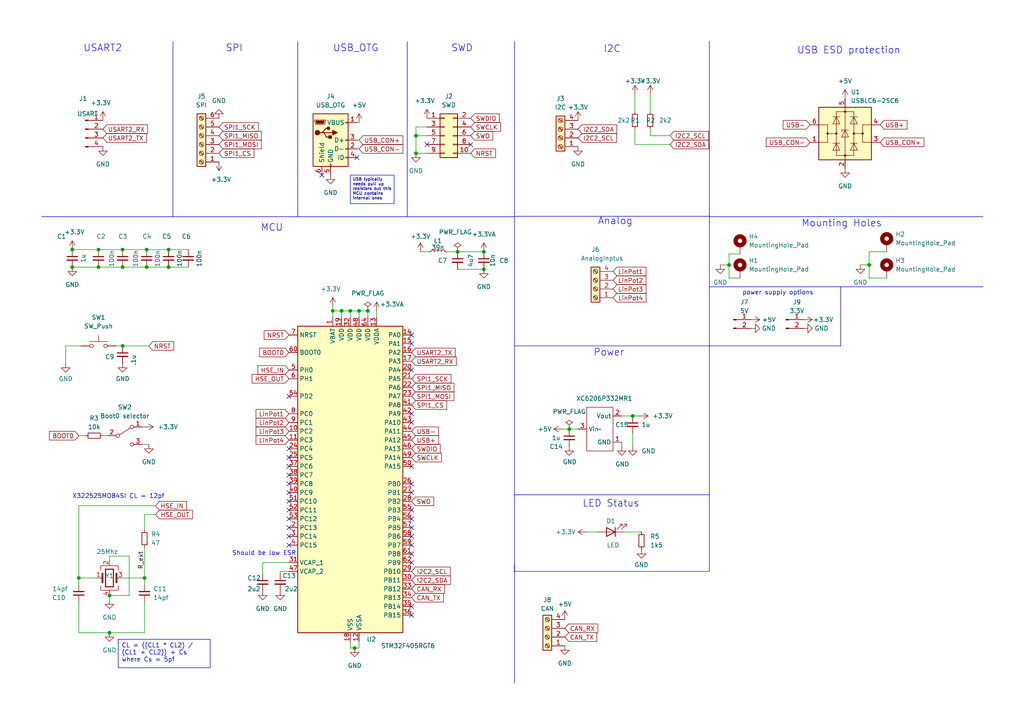
<source format=kicad_sch>
(kicad_sch (version 20230121) (generator eeschema)
  (paper "A4")
  (title_block (title "STM32") (date "2023-10-13"))
  (lib_symbols
    (symbol "Connector:Conn_01x02_Pin" (pin_names (offset 1.016) hide)
      (property "Reference" "J" (at 0 2.54 0))
      (property "Value" "Conn_01x02_Pin" (at 0 -5.08 0))
      (symbol "Conn_01x02_Pin_1_1"
        (pin passive line (at 5.08 0 180) (length 3.81) (name "Pin_1") (number "1"))
        (pin passive line (at 5.08 -2.54 180) (length 3.81) (name "Pin_2") (number "2"))
      )
    )
    (symbol "Connector:Conn_01x04_Pin" (pin_names (offset 1.016) hide)
      (property "Reference" "J" (at 0 5.08 0))
      (property "Value" "Conn_01x04_Pin" (at 0 -7.62 0))
      (symbol "Conn_01x04_Pin_1_1"
        (pin passive line (at 5.08 2.54 180) (length 3.81) (name "Pin_1") (number "1"))
        (pin passive line (at 5.08 0 180) (length 3.81) (name "Pin_2") (number "2"))
        (pin passive line (at 5.08 -2.54 180) (length 3.81) (name "Pin_3") (number "3"))
        (pin passive line (at 5.08 -5.08 180) (length 3.81) (name "Pin_4") (number "4"))
      )
    )
    (symbol "Connector:Screw_Terminal_01x04" (pin_names (offset 1.016) hide)
      (property "Reference" "J" (at 0 5.08 0))
      (property "Value" "Screw_Terminal_01x04" (at 0 -7.62 0))
      (symbol "Screw_Terminal_01x04_1_1"
        (pin passive line (at -5.08 2.54 0) (length 3.81) (name "Pin_1") (number "1"))
        (pin passive line (at -5.08 0 0) (length 3.81) (name "Pin_2") (number "2"))
        (pin passive line (at -5.08 -2.54 0) (length 3.81) (name "Pin_3") (number "3"))
        (pin passive line (at -5.08 -5.08 0) (length 3.81) (name "Pin_4") (number "4"))
      )
    )
    (symbol "Connector:Screw_Terminal_01x06" (pin_names (offset 1.016) hide)
      (property "Reference" "J" (at 0 7.62 0))
      (property "Value" "Screw_Terminal_01x06" (at 0 -10.16 0))
      (symbol "Screw_Terminal_01x06_1_1"
        (pin passive line (at -5.08 5.08 0) (length 3.81) (name "Pin_1") (number "1"))
        (pin passive line (at -5.08 2.54 0) (length 3.81) (name "Pin_2") (number "2"))
        (pin passive line (at -5.08 0 0) (length 3.81) (name "Pin_3") (number "3"))
        (pin passive line (at -5.08 -2.54 0) (length 3.81) (name "Pin_4") (number "4"))
        (pin passive line (at -5.08 -5.08 0) (length 3.81) (name "Pin_5") (number "5"))
        (pin passive line (at -5.08 -7.62 0) (length 3.81) (name "Pin_6") (number "6"))
      )
    )
    (symbol "Connector:USB_OTG" (pin_names (offset 1.016))
      (property "Reference" "J" (at -5.08 11.43 0))
      (property "Value" "USB_OTG" (at -5.08 8.89 0))
      (symbol "USB_OTG_1_1"
        (pin passive line (at 7.62 5.08 180) (length 2.54) (name "VBUS") (number "1"))
        (pin bidirectional line (at 7.62 -2.54 180) (length 2.54) (name "D-") (number "2"))
        (pin bidirectional line (at 7.62 0 180) (length 2.54) (name "D+") (number "3"))
        (pin passive line (at 7.62 -5.08 180) (length 2.54) (name "ID") (number "4"))
        (pin passive line (at 0 -10.16 90) (length 2.54) (name "GND") (number "5"))
        (pin passive line (at -2.54 -10.16 90) (length 2.54) (name "Shield") (number "6"))
      )
    )
    (symbol "Connector_Generic:Conn_02x05_Odd_Even" (pin_names (offset 1.016) hide)
      (property "Reference" "J" (at 1.27 7.62 0))
      (property "Value" "Conn_02x05_Odd_Even" (at 1.27 -7.62 0))
      (symbol "Conn_02x05_Odd_Even_1_1"
        (pin passive line (at -5.08 5.08 0) (length 3.81) (name "Pin_1") (number "1"))
        (pin passive line (at 7.62 -5.08 180) (length 3.81) (name "Pin_10") (number "10"))
        (pin passive line (at 7.62 5.08 180) (length 3.81) (name "Pin_2") (number "2"))
        (pin passive line (at -5.08 2.54 0) (length 3.81) (name "Pin_3") (number "3"))
        (pin passive line (at 7.62 2.54 180) (length 3.81) (name "Pin_4") (number "4"))
        (pin passive line (at -5.08 0 0) (length 3.81) (name "Pin_5") (number "5"))
        (pin passive line (at 7.62 0 180) (length 3.81) (name "Pin_6") (number "6"))
        (pin passive line (at -5.08 -2.54 0) (length 3.81) (name "Pin_7") (number "7"))
        (pin passive line (at 7.62 -2.54 180) (length 3.81) (name "Pin_8") (number "8"))
        (pin passive line (at -5.08 -5.08 0) (length 3.81) (name "Pin_9") (number "9"))
      )
    )
    (symbol "Custom:XC6206P332MR"
      (property "Reference" "XC6206P332MR" (at 1.27 8.89 0))
      (property "Value" "~" (at 0 0 0))
      (symbol "XC6206P332MR_1_1"
        (pin power_out line (at 6.35 -3.81 180) (length 2.54) (name "GND") (number "1"))
        (pin bidirectional line (at 6.35 3.81 180) (length 2.54) (name "Vout") (number "2"))
        (pin power_in line (at -6.35 0 0) (length 2.54) (name "Vin") (number "3"))
      )
    )
    (symbol "Device:C_Small" (pin_numbers hide) (pin_names (offset 0.254) hide)
      (property "Reference" "C" (at 0.254 1.778 0))
      (property "Value" "C_Small" (at 0.254 -2.032 0))
      (symbol "C_Small_1_1"
        (pin passive line (at 0 2.54 270) (length 2.032) (name "~") (number "1"))
        (pin passive line (at 0 -2.54 90) (length 2.032) (name "~") (number "2"))
      )
    )
    (symbol "Device:Crystal_GND24" (pin_names (offset 1.016) hide)
      (property "Reference" "Y" (at 3.175 5.08 0))
      (property "Value" "Crystal_GND24" (at 3.175 3.175 0))
      (symbol "Crystal_GND24_1_1"
        (pin passive line (at -3.81 0 0) (length 1.27) (name "1") (number "1"))
        (pin passive line (at 0 5.08 270) (length 1.27) (name "2") (number "2"))
        (pin passive line (at 3.81 0 180) (length 1.27) (name "3") (number "3"))
        (pin passive line (at 0 -5.08 90) (length 1.27) (name "4") (number "4"))
      )
    )
    (symbol "Device:LED" (pin_numbers hide) (pin_names (offset 1.016) hide)
      (property "Reference" "D" (at 0 2.54 0))
      (property "Value" "LED" (at 0 -2.54 0))
      (symbol "LED_1_1"
        (pin passive line (at -3.81 0 0) (length 2.54) (name "K") (number "1"))
        (pin passive line (at 3.81 0 180) (length 2.54) (name "A") (number "2"))
      )
    )
    (symbol "Device:L_Small" (pin_numbers hide) (pin_names (offset 0.254) hide)
      (property "Reference" "L" (at 0.762 1.016 0))
      (property "Value" "L_Small" (at 0.762 -1.016 0))
      (symbol "L_Small_1_1"
        (pin passive line (at 0 2.54 270) (length 0.508) (name "~") (number "1"))
        (pin passive line (at 0 -2.54 90) (length 0.508) (name "~") (number "2"))
      )
    )
    (symbol "Device:R_Small" (pin_numbers hide) (pin_names (offset 0.254) hide)
      (property "Reference" "R" (at 0.762 0.508 0))
      (property "Value" "R_Small" (at 0.762 -1.016 0))
      (symbol "R_Small_1_1"
        (pin passive line (at 0 2.54 270) (length 0.762) (name "~") (number "1"))
        (pin passive line (at 0 -2.54 90) (length 0.762) (name "~") (number "2"))
      )
    )
    (symbol "MCU_ST_STM32F4:STM32F405RGTx"
      (property "Reference" "U" (at -15.24 46.99 0))
      (property "Value" "STM32F405RGTx" (at 10.16 46.99 0))
      (symbol "STM32F405RGTx_1_1"
        (pin power_in line (at -5.08 48.26 270) (length 2.54) (name "VBAT") (number "1"))
        (pin bidirectional line (at -17.78 15.24 0) (length 2.54) (name "PC2") (number "10"))
        (pin bidirectional line (at -17.78 12.7 0) (length 2.54) (name "PC3") (number "11"))
        (pin power_in line (at 2.54 -45.72 90) (length 2.54) (name "VSSA") (number "12"))
        (pin power_in line (at 7.62 48.26 270) (length 2.54) (name "VDDA") (number "13"))
        (pin bidirectional line (at 17.78 43.18 180) (length 2.54) (name "PA0") (number "14"))
        (pin bidirectional line (at 17.78 40.64 180) (length 2.54) (name "PA1") (number "15"))
        (pin bidirectional line (at 17.78 38.1 180) (length 2.54) (name "PA2") (number "16"))
        (pin bidirectional line (at 17.78 35.56 180) (length 2.54) (name "PA3") (number "17"))
        (pin power_in line (at 0 -45.72 90) (length 2.54) (name "VSS") (number "18"))
        (pin power_in line (at -2.54 48.26 270) (length 2.54) (name "VDD") (number "19"))
        (pin bidirectional line (at -17.78 -12.7 0) (length 2.54) (name "PC13") (number "2"))
        (pin bidirectional line (at 17.78 33.02 180) (length 2.54) (name "PA4") (number "20"))
        (pin bidirectional line (at 17.78 30.48 180) (length 2.54) (name "PA5") (number "21"))
        (pin bidirectional line (at 17.78 27.94 180) (length 2.54) (name "PA6") (number "22"))
        (pin bidirectional line (at 17.78 25.4 180) (length 2.54) (name "PA7") (number "23"))
        (pin bidirectional line (at -17.78 10.16 0) (length 2.54) (name "PC4") (number "24"))
        (pin bidirectional line (at -17.78 7.62 0) (length 2.54) (name "PC5") (number "25"))
        (pin bidirectional line (at 17.78 0 180) (length 2.54) (name "PB0") (number "26"))
        (pin bidirectional line (at 17.78 -2.54 180) (length 2.54) (name "PB1") (number "27"))
        (pin bidirectional line (at 17.78 -5.08 180) (length 2.54) (name "PB2") (number "28"))
        (pin bidirectional line (at 17.78 -25.4 180) (length 2.54) (name "PB10") (number "29"))
        (pin bidirectional line (at -17.78 -15.24 0) (length 2.54) (name "PC14") (number "3"))
        (pin bidirectional line (at 17.78 -27.94 180) (length 2.54) (name "PB11") (number "30"))
        (pin power_out line (at -17.78 -22.86 0) (length 2.54) (name "VCAP_1") (number "31"))
        (pin power_in line (at 0 48.26 270) (length 2.54) (name "VDD") (number "32"))
        (pin bidirectional line (at 17.78 -30.48 180) (length 2.54) (name "PB12") (number "33"))
        (pin bidirectional line (at 17.78 -33.02 180) (length 2.54) (name "PB13") (number "34"))
        (pin bidirectional line (at 17.78 -35.56 180) (length 2.54) (name "PB14") (number "35"))
        (pin bidirectional line (at 17.78 -38.1 180) (length 2.54) (name "PB15") (number "36"))
        (pin bidirectional line (at -17.78 5.08 0) (length 2.54) (name "PC6") (number "37"))
        (pin bidirectional line (at -17.78 2.54 0) (length 2.54) (name "PC7") (number "38"))
        (pin bidirectional line (at -17.78 0 0) (length 2.54) (name "PC8") (number "39"))
        (pin bidirectional line (at -17.78 -17.78 0) (length 2.54) (name "PC15") (number "4"))
        (pin bidirectional line (at -17.78 -2.54 0) (length 2.54) (name "PC9") (number "40"))
        (pin bidirectional line (at 17.78 22.86 180) (length 2.54) (name "PA8") (number "41"))
        (pin bidirectional line (at 17.78 20.32 180) (length 2.54) (name "PA9") (number "42"))
        (pin bidirectional line (at 17.78 17.78 180) (length 2.54) (name "PA10") (number "43"))
        (pin bidirectional line (at 17.78 15.24 180) (length 2.54) (name "PA11") (number "44"))
        (pin bidirectional line (at 17.78 12.7 180) (length 2.54) (name "PA12") (number "45"))
        (pin bidirectional line (at 17.78 10.16 180) (length 2.54) (name "PA13") (number "46"))
        (pin power_out line (at -17.78 -25.4 0) (length 2.54) (name "VCAP_2") (number "47"))
        (pin power_in line (at 2.54 48.26 270) (length 2.54) (name "VDD") (number "48"))
        (pin bidirectional line (at 17.78 7.62 180) (length 2.54) (name "PA14") (number "49"))
        (pin bidirectional line (at -17.78 33.02 0) (length 2.54) (name "PH0") (number "5"))
        (pin bidirectional line (at 17.78 5.08 180) (length 2.54) (name "PA15") (number "50"))
        (pin bidirectional line (at -17.78 -5.08 0) (length 2.54) (name "PC10") (number "51"))
        (pin bidirectional line (at -17.78 -7.62 0) (length 2.54) (name "PC11") (number "52"))
        (pin bidirectional line (at -17.78 -10.16 0) (length 2.54) (name "PC12") (number "53"))
        (pin bidirectional line (at -17.78 25.4 0) (length 2.54) (name "PD2") (number "54"))
        (pin bidirectional line (at 17.78 -7.62 180) (length 2.54) (name "PB3") (number "55"))
        (pin bidirectional line (at 17.78 -10.16 180) (length 2.54) (name "PB4") (number "56"))
        (pin bidirectional line (at 17.78 -12.7 180) (length 2.54) (name "PB5") (number "57"))
        (pin bidirectional line (at 17.78 -15.24 180) (length 2.54) (name "PB6") (number "58"))
        (pin bidirectional line (at 17.78 -17.78 180) (length 2.54) (name "PB7") (number "59"))
        (pin bidirectional line (at -17.78 30.48 0) (length 2.54) (name "PH1") (number "6"))
        (pin input line (at -17.78 38.1 0) (length 2.54) (name "BOOT0") (number "60"))
        (pin bidirectional line (at 17.78 -20.32 180) (length 2.54) (name "PB8") (number "61"))
        (pin bidirectional line (at 17.78 -22.86 180) (length 2.54) (name "PB9") (number "62"))
        (pin passive line (at 0 -45.72 90) (length 2.54) hide (name "VSS") (number "63"))
        (pin power_in line (at 5.08 48.26 270) (length 2.54) (name "VDD") (number "64"))
        (pin input line (at -17.78 43.18 0) (length 2.54) (name "NRST") (number "7"))
        (pin bidirectional line (at -17.78 20.32 0) (length 2.54) (name "PC0") (number "8"))
        (pin bidirectional line (at -17.78 17.78 0) (length 2.54) (name "PC1") (number "9"))
      )
    )
    (symbol "Mechanical:MountingHole_Pad" (pin_numbers hide) (pin_names (offset 1.016) hide)
      (property "Reference" "H" (at 0 6.35 0))
      (property "Value" "MountingHole_Pad" (at 0 4.445 0))
      (symbol "MountingHole_Pad_1_1"
        (pin input line (at 0 -2.54 90) (length 2.54) (name "1") (number "1"))
      )
    )
    (symbol "Power_Protection:USBLC6-2SC6" (pin_names hide)
      (property "Reference" "U" (at 2.54 8.89 0))
      (property "Value" "USBLC6-2SC6" (at 2.54 -8.89 0))
      (symbol "USBLC6-2SC6_1_1"
        (pin passive line (at -10.16 -2.54 0) (length 2.54) (name "I/O1") (number "1"))
        (pin passive line (at 0 -10.16 90) (length 2.54) (name "GND") (number "2"))
        (pin passive line (at 10.16 -2.54 180) (length 2.54) (name "I/O2") (number "3"))
        (pin passive line (at 10.16 2.54 180) (length 2.54) (name "I/O2") (number "4"))
        (pin passive line (at 0 10.16 270) (length 2.54) (name "VBUS") (number "5"))
        (pin passive line (at -10.16 2.54 0) (length 2.54) (name "I/O1") (number "6"))
      )
    )
    (symbol "Switch:SW_Push" (pin_numbers hide) (pin_names (offset 1.016) hide)
      (property "Reference" "SW" (at 1.27 2.54 0))
      (property "Value" "SW_Push" (at 0 -1.524 0))
      (symbol "SW_Push_0_1"
        (pin passive line (at -5.08 0 0) (length 2.54) (name "1") (number "1"))
        (pin passive line (at 5.08 0 180) (length 2.54) (name "2") (number "2"))
      )
    )
    (symbol "Switch:SW_SPDT" (pin_names (offset 0) hide)
      (property "Reference" "SW" (at 0 4.318 0))
      (property "Value" "SW_SPDT" (at 0 -5.08 0))
      (symbol "SW_SPDT_1_1"
        (pin passive line (at 5.08 2.54 180) (length 2.54) (name "A") (number "1"))
        (pin passive line (at -5.08 0 0) (length 2.54) (name "B") (number "2"))
        (pin passive line (at 5.08 -2.54 180) (length 2.54) (name "C") (number "3"))
      )
    )
    (symbol "power:+3.3V" (power) (pin_names (offset 0))
      (property "Value" "+3.3V" (at 0 3.556 0))
      (symbol "+3.3V_1_1"
        (pin power_in line (at 0 0 90) (length 0) hide (name "+3.3V") (number "1"))
      )
    )
    (symbol "power:+3.3VA" (power) (pin_names (offset 0))
      (property "Value" "+3.3VA" (at 0 3.556 0))
      (symbol "+3.3VA_1_1"
        (pin power_in line (at 0 0 90) (length 0) hide (name "+3.3VA") (number "1"))
      )
    )
    (symbol "power:+5V" (power) (pin_names (offset 0))
      (property "Value" "+5V" (at 0 3.556 0))
      (symbol "+5V_1_1"
        (pin power_in line (at 0 0 90) (length 0) hide (name "+5V") (number "1"))
      )
    )
    (symbol "power:GND" (power) (pin_names (offset 0))
      (property "Value" "GND" (at 0 -3.81 0))
      (symbol "GND_1_1"
        (pin power_in line (at 0 0 270) (length 0) hide (name "GND") (number "1"))
      )
    )
    (symbol "power:PWR_FLAG" (power) (pin_numbers hide) (pin_names (offset 0) hide)
      (property "Value" "PWR_FLAG" (at 0 3.81 0))
      (symbol "PWR_FLAG_0_0"
        (pin power_out line (at 0 0 90) (length 0) (name "pwr") (number "1"))
      )
    )
  )
  (junction (at 211.455 76.835))
  (junction (at 35.56 72.39))
  (junction (at 31.75 172.72))
  (junction (at 28.575 72.39))
  (junction (at 96.52 90.17))
  (junction (at 120.65 44.45))
  (junction (at 48.895 72.39))
  (junction (at 132.715 73.025))
  (junction (at 165.1 124.46))
  (junction (at 42.545 72.39))
  (junction (at 104.14 90.17))
  (junction (at 99.06 90.17))
  (junction (at 42.545 77.47))
  (junction (at 20.955 72.39))
  (junction (at 183.515 120.65))
  (junction (at 41.91 167.64))
  (junction (at 35.56 77.47))
  (junction (at 101.6 90.17))
  (junction (at 140.335 73.025))
  (junction (at 20.955 77.47))
  (junction (at 28.575 77.47))
  (junction (at 120.65 39.37))
  (junction (at 102.87 187.96))
  (junction (at 22.86 167.64))
  (junction (at 106.68 90.17))
  (junction (at 35.56 100.33))
  (junction (at 48.895 77.47))
  (junction (at 252.095 76.835))
  (junction (at 31.75 183.515))
  (junction (at 140.335 78.105))
  (no_connect (at 83.82 145.415))
  (no_connect (at 83.82 153.035))
  (no_connect (at 119.38 175.895))
  (no_connect (at 83.82 142.875))
  (no_connect (at 83.82 147.955))
  (no_connect (at 83.82 114.935))
  (no_connect (at 119.38 142.875))
  (no_connect (at 119.38 122.555))
  (no_connect (at 119.38 155.575))
  (no_connect (at 119.38 120.015))
  (no_connect (at 83.82 130.175))
  (no_connect (at 119.38 140.335))
  (no_connect (at 119.38 135.255))
  (no_connect (at 136.525 41.91))
  (no_connect (at 83.82 135.255))
  (no_connect (at 83.82 155.575))
  (no_connect (at 103.505 45.72))
  (no_connect (at 119.38 147.955))
  (no_connect (at 83.82 132.715))
  (no_connect (at 119.38 158.115))
  (no_connect (at 83.82 137.795))
  (no_connect (at 119.38 150.495))
  (no_connect (at 119.38 97.155))
  (no_connect (at 119.38 99.695))
  (no_connect (at 123.825 41.91))
  (no_connect (at 83.82 150.495))
  (no_connect (at 83.82 158.115))
  (no_connect (at 119.38 160.655))
  (no_connect (at 119.38 178.435))
  (no_connect (at 119.38 107.315))
  (no_connect (at 83.82 140.335))
  (no_connect (at 93.345 50.8))
  (no_connect (at 119.38 153.035))
  (no_connect (at 119.38 163.195))
  (wire (pts (xy 81.28 165.735) (xy 81.28 166.37)))
  (wire (pts (xy 20.955 72.39) (xy 28.575 72.39)))
  (polyline (pts (xy 149.352 62.738) (xy 205.74 62.738)))
  (wire (pts (xy 103.505 40.64) (xy 104.14 40.64)))
  (wire (pts (xy 27.94 167.64) (xy 22.86 167.64)))
  (wire (pts (xy 121.92 73.025) (xy 124.46 73.025)))
  (wire (pts (xy 180.975 154.305) (xy 186.055 154.305)))
  (wire (pts (xy 31.75 162.56) (xy 31.75 161.29)))
  (wire (pts (xy 104.14 90.17) (xy 104.14 92.075)))
  (wire (pts (xy 81.28 165.735) (xy 83.82 165.735)))
  (wire (pts (xy 170.18 154.305) (xy 173.355 154.305)))
  (wire (pts (xy 99.06 90.17) (xy 99.06 92.075)))
  (polyline (pts (xy 205.74 11.938) (xy 205.74 62.738)))
  (polyline (pts (xy 205.74 100.965) (xy 205.74 143.51)))
  (wire (pts (xy 120.65 44.45) (xy 123.825 44.45)))
  (wire (pts (xy 83.82 163.195) (xy 76.2 163.195)))
  (wire (pts (xy 103.505 43.18) (xy 104.14 43.18)))
  (wire (pts (xy 19.05 100.33) (xy 23.495 100.33)))
  (wire (pts (xy 101.6 186.055) (xy 101.6 187.96)))
  (wire (pts (xy 43.18 128.905) (xy 41.275 128.905)))
  (polyline (pts (xy 205.74 83.185) (xy 285.115 83.185)))
  (polyline (pts (xy 205.74 143.51) (xy 205.74 165.735)))
  (wire (pts (xy 41.91 153.67) (xy 41.91 149.225)))
  (polyline (pts (xy 50.165 12.065) (xy 50.165 62.865)))
  (wire (pts (xy 101.6 90.17) (xy 101.6 92.075)))
  (wire (pts (xy 103.505 35.56) (xy 104.14 35.56)))
  (wire (pts (xy 184.15 41.91) (xy 194.31 41.91)))
  (polyline (pts (xy 149.225 12.065) (xy 149.225 62.865)))
  (polyline (pts (xy 243.84 100.33) (xy 243.84 83.185)))
  (wire (pts (xy 252.095 80.645) (xy 257.175 80.645)))
  (wire (pts (xy 132.715 73.025) (xy 140.335 73.025)))
  (wire (pts (xy 20.955 77.47) (xy 28.575 77.47)))
  (wire (pts (xy 31.75 183.515) (xy 41.91 183.515)))
  (wire (pts (xy 41.91 174.625) (xy 41.91 183.515)))
  (wire (pts (xy 104.14 90.17) (xy 106.68 90.17)))
  (wire (pts (xy 165.1 124.46) (xy 167.64 124.46)))
  (wire (pts (xy 184.15 37.465) (xy 184.15 41.91)))
  (wire (pts (xy 211.455 80.645) (xy 214.63 80.645)))
  (wire (pts (xy 41.91 167.64) (xy 41.91 169.545)))
  (wire (pts (xy 184.15 32.385) (xy 184.15 27.305)))
  (wire (pts (xy 101.6 90.17) (xy 104.14 90.17)))
  (wire (pts (xy 211.455 73.66) (xy 211.455 76.835)))
  (wire (pts (xy 188.595 39.37) (xy 194.31 39.37)))
  (wire (pts (xy 257.175 73.025) (xy 252.095 73.025)))
  (polyline (pts (xy 205.74 143.51) (xy 149.225 143.51)))
  (wire (pts (xy 109.22 90.17) (xy 109.22 92.075)))
  (wire (pts (xy 183.515 129.54) (xy 183.515 125.73)))
  (wire (pts (xy 22.86 146.685) (xy 45.085 146.685)))
  (wire (pts (xy 29.845 126.365) (xy 31.115 126.365)))
  (wire (pts (xy 37.465 161.29) (xy 37.465 172.72)))
  (wire (pts (xy 35.56 77.47) (xy 42.545 77.47)))
  (wire (pts (xy 33.655 100.33) (xy 35.56 100.33)))
  (polyline (pts (xy 118.11 12.065) (xy 118.11 62.865)))
  (wire (pts (xy 249.555 76.835) (xy 252.095 76.835)))
  (wire (pts (xy 41.91 149.225) (xy 45.085 149.225)))
  (wire (pts (xy 96.52 88.9) (xy 96.52 90.17)))
  (wire (pts (xy 102.87 187.96) (xy 104.14 187.96)))
  (wire (pts (xy 37.465 172.72) (xy 31.75 172.72)))
  (wire (pts (xy 41.91 158.75) (xy 41.91 167.64)))
  (wire (pts (xy 252.095 76.835) (xy 252.095 80.645)))
  (polyline (pts (xy 205.74 165.735) (xy 149.225 165.735)))
  (polyline (pts (xy 149.225 62.865) (xy 149.225 198.12)))
  (wire (pts (xy 42.545 72.39) (xy 48.895 72.39)))
  (wire (pts (xy 42.545 77.47) (xy 48.895 77.47)))
  (wire (pts (xy 129.54 73.025) (xy 132.715 73.025)))
  (wire (pts (xy 208.915 76.835) (xy 211.455 76.835)))
  (wire (pts (xy 22.86 167.64) (xy 22.86 146.685)))
  (wire (pts (xy 104.14 187.96) (xy 104.14 186.055)))
  (wire (pts (xy 22.86 183.515) (xy 31.75 183.515)))
  (wire (pts (xy 41.91 123.825) (xy 41.275 123.825)))
  (polyline (pts (xy 205.74 100.33) (xy 205.74 100.965)))
  (wire (pts (xy 31.75 173.99) (xy 31.75 172.72)))
  (wire (pts (xy 132.715 78.105) (xy 140.335 78.105)))
  (wire (pts (xy 252.095 73.025) (xy 252.095 76.835)))
  (wire (pts (xy 101.6 187.96) (xy 102.87 187.96)))
  (wire (pts (xy 28.575 77.47) (xy 35.56 77.47)))
  (wire (pts (xy 22.86 167.64) (xy 22.86 169.545)))
  (polyline (pts (xy 12.065 62.865) (xy 149.225 62.865)))
  (wire (pts (xy 211.455 76.835) (xy 211.455 80.645)))
  (wire (pts (xy 19.05 100.33) (xy 19.05 105.41)))
  (polyline (pts (xy 149.225 100.33) (xy 205.74 100.33)))
  (wire (pts (xy 96.52 90.17) (xy 99.06 90.17)))
  (wire (pts (xy 96.52 92.075) (xy 96.52 90.17)))
  (wire (pts (xy 163.195 124.46) (xy 165.1 124.46)))
  (wire (pts (xy 35.56 167.64) (xy 41.91 167.64)))
  (wire (pts (xy 183.515 120.65) (xy 185.42 120.65)))
  (wire (pts (xy 188.595 37.465) (xy 188.595 39.37)))
  (wire (pts (xy 28.575 72.39) (xy 35.56 72.39)))
  (polyline (pts (xy 205.74 100.33) (xy 205.74 62.23)))
  (wire (pts (xy 48.895 77.47) (xy 54.61 77.47)))
  (wire (pts (xy 22.86 174.625) (xy 22.86 183.515)))
  (wire (pts (xy 180.34 129.54) (xy 180.34 128.27)))
  (wire (pts (xy 99.06 90.17) (xy 101.6 90.17)))
  (wire (pts (xy 106.68 90.17) (xy 106.68 92.075)))
  (wire (pts (xy 76.2 163.195) (xy 76.2 166.37)))
  (wire (pts (xy 31.75 161.29) (xy 37.465 161.29)))
  (wire (pts (xy 214.63 73.66) (xy 211.455 73.66)))
  (wire (pts (xy 120.65 39.37) (xy 120.65 36.83)))
  (wire (pts (xy 48.895 72.39) (xy 54.61 72.39)))
  (wire (pts (xy 35.56 100.33) (xy 43.18 100.33)))
  (wire (pts (xy 120.65 36.83) (xy 123.825 36.83)))
  (wire (pts (xy 35.56 72.39) (xy 42.545 72.39)))
  (polyline (pts (xy 205.74 62.865) (xy 285.115 62.865)))
  (wire (pts (xy 22.86 126.365) (xy 24.765 126.365)))
  (wire (pts (xy 188.595 27.305) (xy 188.595 32.385)))
  (polyline (pts (xy 205.74 100.33) (xy 243.84 100.33)))
  (polyline (pts (xy 149.225 165.735) (xy 149.225 163.83)))
  (wire (pts (xy 180.34 120.65) (xy 183.515 120.65)))
  (polyline (pts (xy 86.36 12.065) (xy 86.36 62.865)))
  (wire (pts (xy 120.65 39.37) (xy 123.825 39.37)))
  (wire (pts (xy 120.65 44.45) (xy 120.65 39.37)))
  (text_box "USB typically needs pull up resistors but this MCU contains internal ones" (at 101.6 50.8 0) (size 12.7 8.255) (effects (font (size 0.85 0.85)) (justify left top)))
  (text_box "CL = ((CL1 * CL2) / (CL1 + CL2)) + Cs  where Cs = 5pf" (at 34.29 185.42 0) (size 26.67 8.255) (effects (font (size 1.27 1.27)) (justify left top)))
  (text "Mounting Holes\n" (at 232.41 66.04 0) (effects (font (size 2 2)) (justify left bottom)))
  (text "LED Status" (at 168.91 147.32 0) (effects (font (size 2 2)) (justify left bottom)))
  (text "Power" (at 172.085 103.505 0) (effects (font (size 2 2)) (justify left bottom)))
  (text "USB ESD protection\n" (at 231.14 15.875 0) (effects (font (size 2 2)) (justify left bottom)))
  (text "MCU" (at 75.565 67.31 0) (effects (font (size 2 2)) (justify left bottom)))
  (text "USART2\n" (at 24.13 15.24 0) (effects (font (size 2 2)) (justify left bottom)))
  (text "I2C" (at 175.006 15.494 0) (effects (font (size 2 2)) (justify left bottom)))
  (text "Analog\n" (at 173.355 65.405 0) (effects (font (size 2 2)) (justify left bottom)))
  (text "USB_OTG" (at 96.52 15.24 0) (effects (font (size 2 2)) (justify left bottom)))
  (text "power supply options\n" (at 215.265 85.725 0) (effects (font (size 1.27 1.27)) (justify left bottom)))
  (text "X322525MOB4SI CL = 12pf\n" (at 20.955 144.78 0) (effects (font (size 1.27 1.27)) (justify left bottom)))
  (text "SWD\n" (at 130.81 15.24 0) (effects (font (size 2 2)) (justify left bottom)))
  (text "SPI\n" (at 65.405 15.24 0) (effects (font (size 2 2)) (justify left bottom)))
  (text "Should be low ESR" (at 67.31 161.29 0) (effects (font (size 1.27 1.27)) (justify left bottom)))
  (label "R_ext" (at 41.91 165.1 90))
  (global_label "SPI1_MISO" (shape input) (at 63.5 39.37 0) (property "Intersheetrefs" "${INTERSHEET_REFS}" (effects hide)))
  (global_label "HSE_IN" (shape input) (at 83.82 107.315 180) (property "Intersheetrefs" "${INTERSHEET_REFS}" (effects hide)))
  (global_label "USB_CON+" (shape input) (at 255.27 41.275 0) (property "Intersheetrefs" "${INTERSHEET_REFS}" (effects hide)))
  (global_label "USB_CON-" (shape input) (at 104.14 43.18 0) (property "Intersheetrefs" "${INTERSHEET_REFS}" (effects hide)))
  (global_label "SPI1_MOSI" (shape input) (at 119.38 114.935 0) (property "Intersheetrefs" "${INTERSHEET_REFS}" (effects hide)))
  (global_label "LinPot3" (shape input) (at 177.8 83.82 0) (property "Intersheetrefs" "${INTERSHEET_REFS}" (effects hide)))
  (global_label "BOOT0" (shape input) (at 22.86 126.365 180) (property "Intersheetrefs" "${INTERSHEET_REFS}" (effects hide)))
  (global_label "NRST" (shape input) (at 83.82 97.155 180) (property "Intersheetrefs" "${INTERSHEET_REFS}" (effects hide)))
  (global_label "USB+" (shape input) (at 255.27 36.195 0) (property "Intersheetrefs" "${INTERSHEET_REFS}" (effects hide)))
  (global_label "SPI1_MOSI" (shape input) (at 63.5 41.91 0) (property "Intersheetrefs" "${INTERSHEET_REFS}" (effects hide)))
  (global_label "LinPot4" (shape input) (at 177.8 86.36 0) (property "Intersheetrefs" "${INTERSHEET_REFS}" (effects hide)))
  (global_label "HSE_IN" (shape input) (at 45.085 146.685 0) (property "Intersheetrefs" "${INTERSHEET_REFS}" (effects hide)))
  (global_label "CAN_TX" (shape input) (at 163.83 184.785 0) (property "Intersheetrefs" "${INTERSHEET_REFS}" (effects hide)))
  (global_label "USB_CON+" (shape input) (at 104.14 40.64 0) (property "Intersheetrefs" "${INTERSHEET_REFS}" (effects hide)))
  (global_label "CAN_RX" (shape input) (at 163.83 182.245 0) (property "Intersheetrefs" "${INTERSHEET_REFS}" (effects hide)))
  (global_label "SPI1_SCK" (shape input) (at 63.5 36.83 0) (property "Intersheetrefs" "${INTERSHEET_REFS}" (effects hide)))
  (global_label "SPI1_SCK" (shape input) (at 119.38 109.855 0) (property "Intersheetrefs" "${INTERSHEET_REFS}" (effects hide)))
  (global_label "SWDIO" (shape input) (at 119.38 130.175 0) (property "Intersheetrefs" "${INTERSHEET_REFS}" (effects hide)))
  (global_label "USART2_RX" (shape input) (at 119.38 104.775 0) (property "Intersheetrefs" "${INTERSHEET_REFS}" (effects hide)))
  (global_label "USB_CON-" (shape input) (at 234.95 41.275 180) (property "Intersheetrefs" "${INTERSHEET_REFS}" (effects hide)))
  (global_label "I2C2_SCL" (shape input) (at 167.64 40.005 0) (property "Intersheetrefs" "${INTERSHEET_REFS}" (effects hide)))
  (global_label "LinPot2" (shape input) (at 177.8 81.28 0) (property "Intersheetrefs" "${INTERSHEET_REFS}" (effects hide)))
  (global_label "I2C2_SCL" (shape input) (at 119.38 165.735 0) (property "Intersheetrefs" "${INTERSHEET_REFS}" (effects hide)))
  (global_label "CAN_RX" (shape input) (at 119.38 170.815 0) (property "Intersheetrefs" "${INTERSHEET_REFS}" (effects hide)))
  (global_label "LinPot3" (shape input) (at 83.82 125.095 180) (property "Intersheetrefs" "${INTERSHEET_REFS}" (effects hide)))
  (global_label "SWO" (shape input) (at 136.525 39.37 0) (property "Intersheetrefs" "${INTERSHEET_REFS}" (effects hide)))
  (global_label "USART2_TX" (shape input) (at 119.38 102.235 0) (property "Intersheetrefs" "${INTERSHEET_REFS}" (effects hide)))
  (global_label "SWCLK" (shape input) (at 136.525 36.83 0) (property "Intersheetrefs" "${INTERSHEET_REFS}" (effects hide)))
  (global_label "BOOT0" (shape input) (at 83.82 102.235 180) (property "Intersheetrefs" "${INTERSHEET_REFS}" (effects hide)))
  (global_label "I2C2_SDA" (shape input) (at 167.64 37.465 0) (property "Intersheetrefs" "${INTERSHEET_REFS}" (effects hide)))
  (global_label "HSE_OUT" (shape input) (at 83.82 109.855 180) (property "Intersheetrefs" "${INTERSHEET_REFS}" (effects hide)))
  (global_label "SWO" (shape input) (at 119.38 145.415 0) (property "Intersheetrefs" "${INTERSHEET_REFS}" (effects hide)))
  (global_label "SPI1_CS" (shape input) (at 119.38 117.475 0) (property "Intersheetrefs" "${INTERSHEET_REFS}" (effects hide)))
  (global_label "SWDIO" (shape input) (at 136.525 34.29 0) (property "Intersheetrefs" "${INTERSHEET_REFS}" (effects hide)))
  (global_label "USB-" (shape input) (at 234.95 36.195 180) (property "Intersheetrefs" "${INTERSHEET_REFS}" (effects hide)))
  (global_label "I2C2_SDA" (shape input) (at 194.31 41.91 0) (property "Intersheetrefs" "${INTERSHEET_REFS}" (effects hide)))
  (global_label "LinPot1" (shape input) (at 177.8 78.74 0) (property "Intersheetrefs" "${INTERSHEET_REFS}" (effects hide)))
  (global_label "USB+" (shape input) (at 119.38 127.635 0) (property "Intersheetrefs" "${INTERSHEET_REFS}" (effects hide)))
  (global_label "I2C2_SCL" (shape input) (at 194.31 39.37 0) (property "Intersheetrefs" "${INTERSHEET_REFS}" (effects hide)))
  (global_label "CAN_TX" (shape input) (at 119.38 173.355 0) (property "Intersheetrefs" "${INTERSHEET_REFS}" (effects hide)))
  (global_label "USART2_RX" (shape input) (at 29.845 37.465 0) (property "Intersheetrefs" "${INTERSHEET_REFS}" (effects hide)))
  (global_label "LinPot4" (shape input) (at 83.82 127.635 180) (property "Intersheetrefs" "${INTERSHEET_REFS}" (effects hide)))
  (global_label "LinPot2" (shape input) (at 83.82 122.555 180) (property "Intersheetrefs" "${INTERSHEET_REFS}" (effects hide)))
  (global_label "I2C2_SDA" (shape input) (at 119.38 168.275 0) (property "Intersheetrefs" "${INTERSHEET_REFS}" (effects hide)))
  (global_label "NRST" (shape input) (at 43.18 100.33 0) (property "Intersheetrefs" "${INTERSHEET_REFS}" (effects hide)))
  (global_label "SWCLK" (shape input) (at 119.38 132.715 0) (property "Intersheetrefs" "${INTERSHEET_REFS}" (effects hide)))
  (global_label "HSE_OUT" (shape input) (at 45.085 149.225 0) (property "Intersheetrefs" "${INTERSHEET_REFS}" (effects hide)))
  (global_label "LinPot1" (shape input) (at 83.82 120.015 180) (property "Intersheetrefs" "${INTERSHEET_REFS}" (effects hide)))
  (global_label "SPI1_MISO" (shape input) (at 119.38 112.395 0) (property "Intersheetrefs" "${INTERSHEET_REFS}" (effects hide)))
  (global_label "NRST" (shape input) (at 136.525 44.45 0) (property "Intersheetrefs" "${INTERSHEET_REFS}" (effects hide)))
  (global_label "USB-" (shape input) (at 119.38 125.095 0) (property "Intersheetrefs" "${INTERSHEET_REFS}" (effects hide)))
  (global_label "SPI1_CS" (shape input) (at 63.5 44.45 0) (property "Intersheetrefs" "${INTERSHEET_REFS}" (effects hide)))
  (global_label "USART2_TX" (shape input) (at 29.845 40.005 0) (property "Intersheetrefs" "${INTERSHEET_REFS}" (effects hide)))
  (symbol (lib_id "power:+3.3V") (at 123.825 34.29 0) (unit 1)
    (property "Reference" "#PWR04" (effects hide))
    (property "Value" "+3.3V" (at 123.19 29.21 0))
  )
  (symbol (lib_id "Device:C_Small") (at 140.335 75.565 0) (unit 1)
    (property "Reference" "C8" (at 144.78 75.565 0) (effects (justify left)))
    (property "Value" "10n" (at 142.875 77.47 90) (effects (justify left)))
    (property "Footprint" "Capacitor_SMD:C_0402_1005Metric" (effects hide))
    (property "LCSC Part #" "C15195" (effects hide))
  )
  (symbol (lib_id "Power_Protection:USBLC6-2SC6") (at 245.11 38.735 0) (unit 1)
    (property "Reference" "U1" (at 246.7611 26.67 0) (effects (justify left)))
    (property "Value" "USBLC6-2SC6" (at 246.7611 29.21 0) (effects (justify left)))
    (property "Footprint" "Package_TO_SOT_SMD:SOT-23-6" (effects hide))
    (property "Datasheet" "https://www.st.com/resource/en/datasheet/usblc6-2.pdf" (effects hide))
    (property "LCSC Part #" "C7519" (effects hide))
  )
  (symbol (lib_id "power:+3.3V") (at 29.845 34.925 0) (unit 1)
    (property "Reference" "#PWR05" (effects hide))
    (property "Value" "+3.3V" (at 29.21 29.845 0))
  )
  (symbol (lib_id "power:GND") (at 233.045 95.25 90) (unit 1)
    (property "Reference" "#PWR043" (effects hide))
    (property "Value" "GND" (at 236.22 95.25 90) (effects (justify right)))
  )
  (symbol (lib_id "Device:L_Small") (at 127 73.025 90) (unit 1)
    (property "Reference" "L1" (at 127 69.85 90))
    (property "Value" "39n" (at 127 71.755 90))
    (property "Footprint" "Inductor_SMD:L_0402_1005Metric" (effects hide))
    (property "LCSC Part #" "C26443" (effects hide))
  )
  (symbol (lib_id "Device:R_Small") (at 184.15 34.925 180) (unit 1)
    (property "Reference" "R1" (at 182.88 34.925 0) (effects (justify right)))
    (property "Value" "2k2" (at 179.07 34.925 0) (effects (justify right)))
    (property "Footprint" "Resistor_SMD:R_0402_1005Metric" (effects hide))
    (property "LCSC Part #" "C25879" (effects hide))
  )
  (symbol (lib_id "power:GND") (at 63.5 34.29 180) (unit 1)
    (property "Reference" "#PWR03" (effects hide))
    (property "Value" "GND" (at 63.5 29.21 0))
  )
  (symbol (lib_id "power:GND") (at 217.805 95.25 90) (unit 1)
    (property "Reference" "#PWR039" (effects hide))
    (property "Value" "GND" (at 220.98 95.25 90) (effects (justify right)))
  )
  (symbol (lib_id "Device:R_Small") (at 186.055 156.845 0) (unit 1)
    (property "Reference" "R5" (at 188.595 155.575 0) (effects (justify left)))
    (property "Value" "1k5" (at 188.595 158.115 0) (effects (justify left)))
    (property "Footprint" "Resistor_SMD:R_0603_1608Metric" (effects hide))
    (property "LCSC Part #" "C22843" (effects hide))
  )
  (symbol (lib_id "power:+5V") (at 104.14 35.56 0) (unit 1)
    (property "Reference" "#PWR07" (effects hide))
    (property "Value" "+5V" (at 104.14 30.48 0))
  )
  (symbol (lib_id "Connector_Generic:Conn_02x05_Odd_Even") (at 128.905 39.37 0) (unit 1)
    (property "Reference" "J2" (at 130.175 27.94 0))
    (property "Value" "SWD" (at 130.175 30.48 0))
    (property "Footprint" "Connector_PinHeader_1.27mm:PinHeader_2x05_P1.27mm_Vertical_SMD" (effects hide))
    (property "LCSC Part #" "C3975188" (effects hide))
  )
  (symbol (lib_id "power:GND") (at 186.055 159.385 0) (unit 1)
    (property "Reference" "#PWR028" (effects hide))
    (property "Value" "GND" (at 186.055 163.83 0))
  )
  (symbol (lib_id "power:+3.3V") (at 185.42 120.65 270) (unit 1)
    (property "Reference" "#PWR022" (effects hide))
    (property "Value" "+3.3V" (at 189.23 120.65 90) (effects (justify left)))
  )
  (symbol (lib_id "power:GND") (at 31.75 173.99 0) (unit 1)
    (property "Reference" "#PWR033" (effects hide))
    (property "Value" "GND" (at 31.75 179.07 0))
  )
  (symbol (lib_id "power:GND") (at 31.75 183.515 0) (unit 1)
    (property "Reference" "#PWR029" (effects hide))
    (property "Value" "GND" (at 31.75 188.595 0))
  )
  (symbol (lib_id "Mechanical:MountingHole_Pad") (at 214.63 71.12 0) (unit 1) (in_bom no)
    (property "Reference" "H4" (at 217.17 68.58 0) (effects (justify left)))
    (property "Value" "MountingHole_Pad" (at 217.17 71.12 0) (effects (justify left)))
    (property "Footprint" "MountingHole:MountingHole_4.3mm_M4_Pad_Via" (effects hide))
  )
  (symbol (lib_id "Device:C_Small") (at 132.715 75.565 0) (unit 1)
    (property "Reference" "C7" (at 127 75.565 0) (effects (justify left)))
    (property "Value" "4u7" (at 136.525 77.47 90) (effects (justify left)))
    (property "Footprint" "Capacitor_SMD:C_0603_1608Metric" (effects hide))
    (property "LCSC Part #" "C19666" (effects hide))
  )
  (symbol (lib_id "power:+5V") (at 245.11 28.575 0) (unit 1)
    (property "Reference" "#PWR02" (effects hide))
    (property "Value" "+5V" (at 245.11 23.495 0))
  )
  (symbol (lib_id "power:GND") (at 95.885 50.8 0) (unit 1)
    (property "Reference" "#PWR013" (effects hide))
    (property "Value" "GND" (at 95.885 55.88 0))
  )
  (symbol (lib_id "Device:R_Small") (at 41.91 156.21 0) (unit 1)
    (property "Reference" "R4" (at 43.815 154.94 0) (effects (justify left)))
    (property "Value" "47" (at 43.815 157.48 0) (effects (justify left)))
    (property "Footprint" "Resistor_SMD:R_0402_1005Metric" (effects hide))
    (property "LCSC Part #" "C25118" (effects hide))
  )
  (symbol (lib_id "Device:Crystal_GND24") (at 31.75 167.64 0) (unit 1)
    (property "Reference" "Y1" (at 31.75 167.005 0))
    (property "Value" "25Mhz" (at 31.115 160.02 0))
    (property "Footprint" "Crystal:Crystal_SMD_3225-4Pin_3.2x2.5mm" (effects hide))
    (property "LCSC Part #" "C9006" (effects hide))
  )
  (symbol (lib_id "power:+5V") (at 163.195 124.46 90) (unit 1)
    (property "Reference" "#PWR024" (effects hide))
    (property "Value" "+5V" (at 160.02 124.46 90) (effects (justify left)))
  )
  (symbol (lib_id "power:GND") (at 245.11 48.895 0) (unit 1)
    (property "Reference" "#PWR012" (effects hide))
    (property "Value" "GND" (at 245.11 53.975 0))
  )
  (symbol (lib_id "power:GND") (at 140.335 78.105 0) (unit 1)
    (property "Reference" "#PWR017" (effects hide))
    (property "Value" "GND" (at 140.335 83.185 0))
  )
  (symbol (lib_id "power:+3.3VA") (at 109.22 90.17 0) (unit 1)
    (property "Reference" "#PWR019" (effects hide))
    (property "Value" "+3.3VA" (at 113.665 88.265 0))
  )
  (symbol (lib_id "power:+3.3V") (at 167.64 34.925 0) (unit 1)
    (property "Reference" "#PWR06" (effects hide))
    (property "Value" "+3.3V" (at 167.64 31.115 0))
  )
  (symbol (lib_id "Device:C_Small") (at 20.955 74.93 0) (unit 1)
    (property "Reference" "C1" (at 16.51 68.58 0) (effects (justify left)))
    (property "Value" "1u" (at 24.13 76.2 90) (effects (justify left)))
    (property "Footprint" "Capacitor_SMD:C_0402_1005Metric" (effects hide))
    (property "LCSC Part #" "C52923" (effects hide))
  )
  (symbol (lib_id "Connector:Screw_Terminal_01x04") (at 158.75 184.785 180) (unit 1)
    (property "Reference" "J8" (at 158.75 173.99 0))
    (property "Value" "CAN" (at 158.75 176.53 0))
    (property "Footprint" "TerminalBlock_Phoenix:TerminalBlock_Phoenix_MKDS-1,5-4_1x04_P5.00mm_Horizontal" (effects hide))
    (property "LCSC Part #" "C2997521" (effects hide))
  )
  (symbol (lib_id "power:GND") (at 165.1 129.54 0) (unit 1)
    (property "Reference" "#PWR045" (effects hide))
    (property "Value" "GND" (at 163.195 133.985 0) (effects (justify left)))
  )
  (symbol (lib_id "Custom:XC6206P332MR") (at 173.99 124.46 0) (unit 1)
    (property "Reference" "XC6206P332MR1" (at 175.26 115.57 0))
    (property "Value" "~" (at 173.99 124.46 0))
    (property "Footprint" "Package_TO_SOT_SMD:SOT-23-3" (effects hide))
    (property "LCSC Part #" "C5446" (effects hide))
  )
  (symbol (lib_id "Device:C_Small") (at 54.61 74.93 0) (unit 1)
    (property "Reference" "C6" (at 52.705 68.58 0) (effects (justify left)))
    (property "Value" "100n" (at 57.785 77.47 90) (effects (justify left)))
    (property "Footprint" "Capacitor_SMD:C_0402_1005Metric" (effects hide))
    (property "LCSC Part #" "C1525" (effects hide))
  )
  (symbol (lib_id "Connector:Screw_Terminal_01x04") (at 172.72 83.82 180) (unit 1)
    (property "Reference" "J6" (at 172.72 72.39 0))
    (property "Value" "AnalogInptus" (at 174.625 74.93 0))
    (property "Footprint" "TerminalBlock_Phoenix:TerminalBlock_Phoenix_MKDS-1,5-4_1x04_P5.00mm_Horizontal" (effects hide))
    (property "LCSC Part #" "C2997521" (effects hide))
  )
  (symbol (lib_id "power:GND") (at 81.28 171.45 0) (unit 1)
    (property "Reference" "#PWR032" (effects hide))
    (property "Value" "GND" (at 81.28 176.53 0))
  )
  (symbol (lib_id "power:+3.3V") (at 121.92 73.025 0) (unit 1)
    (property "Reference" "#PWR037" (effects hide))
    (property "Value" "+3.3V" (at 121.92 68.58 0))
  )
  (symbol (lib_id "Connector:Screw_Terminal_01x04") (at 162.56 40.005 180) (unit 1)
    (property "Reference" "J3" (at 162.56 28.575 0))
    (property "Value" "I2C" (at 162.56 31.115 0))
    (property "Footprint" "TerminalBlock_Phoenix:TerminalBlock_Phoenix_MKDS-1,5-4_1x04_P5.00mm_Horizontal" (effects hide))
    (property "LCSC Part #" "C2997521" (effects hide))
  )
  (symbol (lib_id "power:GND") (at 43.18 128.905 0) (unit 1)
    (property "Reference" "#PWR026" (effects hide))
    (property "Value" "GND" (at 43.18 133.985 0))
  )
  (symbol (lib_id "power:GND") (at 249.555 76.835 0) (unit 1)
    (property "Reference" "#PWR036" (effects hide))
    (property "Value" "GND" (at 249.555 81.915 0))
  )
  (symbol (lib_id "power:GND") (at 102.87 187.96 0) (unit 1)
    (property "Reference" "#PWR034" (effects hide))
    (property "Value" "GND" (at 102.87 193.04 0))
  )
  (symbol (lib_id "Switch:SW_SPDT") (at 36.195 126.365 0) (unit 1)
    (property "Reference" "SW2" (at 36.195 118.11 0))
    (property "Value" "Boot0 selector" (at 36.195 120.65 0))
    (property "Footprint" "Button_Switch_SMD:SW_SPDT_PCM12" (effects hide))
    (property "LCSC Part #" "C221841" (effects hide))
  )
  (symbol (lib_id "power:+3.3V") (at 188.595 27.305 0) (unit 1)
    (property "Reference" "#PWR030" (effects hide))
    (property "Value" "+3.3V" (at 188.595 23.495 0))
  )
  (symbol (lib_id "power:GND") (at 163.83 187.325 0) (unit 1)
    (property "Reference" "#PWR042" (effects hide))
    (property "Value" "GND" (at 163.83 192.405 0))
  )
  (symbol (lib_id "power:+5V") (at 163.83 179.705 0) (unit 1)
    (property "Reference" "#PWR040" (effects hide))
    (property "Value" "+5V" (at 163.83 175.26 0))
  )
  (symbol (lib_id "Connector:Conn_01x04_Pin") (at 24.765 37.465 0) (unit 1)
    (property "Reference" "J1" (at 24.13 28.575 0))
    (property "Value" "USART" (at 25.4 33.02 0))
    (property "Footprint" "Connector_PinHeader_2.54mm:PinHeader_1x04_P2.54mm_Vertical" (effects hide))
    (property "LCSC Part #" "C5243684" (effects hide))
  )
  (symbol (lib_id "power:GND") (at 29.845 42.545 0) (unit 1)
    (property "Reference" "#PWR08" (effects hide))
    (property "Value" "GND" (at 29.845 47.625 0))
  )
  (symbol (lib_id "power:GND") (at 35.56 105.41 0) (unit 1)
    (property "Reference" "#PWR021" (effects hide))
    (property "Value" "GND" (at 35.56 109.855 0))
  )
  (symbol (lib_id "Device:LED") (at 177.165 154.305 180) (unit 1)
    (property "Reference" "D1" (at 177.165 151.13 0))
    (property "Value" "LED" (at 177.8 158.115 0))
    (property "Footprint" "LED_SMD:LED_0603_1608Metric" (effects hide))
    (property "LCSC Part #" "C72041" (effects hide))
  )
  (symbol (lib_id "Device:C_Small") (at 41.91 172.085 180) (unit 1)
    (property "Reference" "C11" (at 44.45 170.8086 0) (effects (justify right)))
    (property "Value" "14pf" (at 44.45 173.3486 0) (effects (justify right)))
    (property "Footprint" "Capacitor_SMD:C_0805_2012Metric" (effects hide))
    (property "LCSC Part #" "C519919" (effects hide))
  )
  (symbol (lib_id "power:+3.3VA") (at 140.335 73.025 0) (unit 1)
    (property "Reference" "#PWR015" (effects hide))
    (property "Value" "+3.3VA" (at 140.335 67.945 0))
  )
  (symbol (lib_id "power:+3.3V") (at 170.18 154.305 90) (unit 1)
    (property "Reference" "#PWR027" (effects hide))
    (property "Value" "+3.3V" (at 167.005 154.305 90) (effects (justify left)))
  )
  (symbol (lib_id "power:+3.3V") (at 184.15 27.305 0) (unit 1)
    (property "Reference" "#PWR01" (effects hide))
    (property "Value" "+3.3V" (at 184.15 23.495 0))
  )
  (symbol (lib_id "Device:C_Small") (at 48.895 74.93 0) (unit 1)
    (property "Reference" "C5" (at 46.99 68.58 0) (effects (justify left)))
    (property "Value" "100n" (at 52.07 77.47 90) (effects (justify left)))
    (property "Footprint" "Capacitor_SMD:C_0402_1005Metric" (effects hide))
    (property "LCSC Part #" "C1525" (effects hide))
  )
  (symbol (lib_id "Device:C_Small") (at 28.575 74.93 0) (unit 1)
    (property "Reference" "C2" (at 27.94 68.58 0) (effects (justify left)))
    (property "Value" "100n" (at 32.385 77.47 90) (effects (justify left)))
    (property "Footprint" "Capacitor_SMD:C_0402_1005Metric" (effects hide))
    (property "LCSC Part #" "C1525" (effects hide))
  )
  (symbol (lib_id "Device:C_Small") (at 35.56 74.93 0) (unit 1)
    (property "Reference" "C3" (at 34.29 68.58 0) (effects (justify left)))
    (property "Value" "100n" (at 39.37 77.47 90) (effects (justify left)))
    (property "Footprint" "Capacitor_SMD:C_0402_1005Metric" (effects hide))
    (property "LCSC Part #" "C1525" (effects hide))
  )
  (symbol (lib_id "power:GND") (at 19.05 105.41 0) (unit 1)
    (property "Reference" "#PWR020" (effects hide))
    (property "Value" "GND" (at 19.05 109.855 0))
  )
  (symbol (lib_id "Mechanical:MountingHole_Pad") (at 214.63 78.105 0) (unit 1) (in_bom no)
    (property "Reference" "H1" (at 217.17 75.565 0) (effects (justify left)))
    (property "Value" "MountingHole_Pad" (at 217.17 78.105 0) (effects (justify left)))
    (property "Footprint" "MountingHole:MountingHole_4.3mm_M4_Pad_Via" (effects hide))
  )
  (symbol (lib_id "power:PWR_FLAG") (at 165.1 124.46 0) (unit 1)
    (property "Reference" "#FLG03" (effects hide))
    (property "Value" "PWR_FLAG" (at 165.1 119.38 0))
  )
  (symbol (lib_id "Mechanical:MountingHole_Pad") (at 257.175 78.105 0) (unit 1) (in_bom no)
    (property "Reference" "H3" (at 259.715 75.565 0) (effects (justify left)))
    (property "Value" "MountingHole_Pad" (at 259.715 78.105 0) (effects (justify left)))
    (property "Footprint" "MountingHole:MountingHole_4.3mm_M4_Pad_Via" (effects hide))
  )
  (symbol (lib_id "Device:R_Small") (at 27.305 126.365 90) (unit 1)
    (property "Reference" "R3" (at 27.305 121.285 90))
    (property "Value" "10k" (at 27.305 123.825 90))
    (property "Footprint" "Resistor_SMD:R_0402_1005Metric" (effects hide))
    (property "LCSC Part #" "C25744" (effects hide))
  )
  (symbol (lib_id "Device:C_Small") (at 35.56 102.87 0) (unit 1)
    (property "Reference" "C9" (at 30.48 103.505 0) (effects (justify left)))
    (property "Value" ".1u" (at 38.735 106.045 90) (effects (justify left)))
    (property "Footprint" "Capacitor_SMD:C_0402_1005Metric" (effects hide))
    (property "LCSC Part #" "C15195" (effects hide))
  )
  (symbol (lib_id "Connector:Conn_01x02_Pin") (at 227.965 92.71 0) (unit 1)
    (property "Reference" "J9" (at 231.14 87.63 0))
    (property "Value" "3.3V" (at 231.14 90.17 0))
    (property "Footprint" "Connector_PinHeader_1.27mm:PinHeader_1x02_P1.27mm_Vertical" (effects hide))
    (property "LCSC Part #" "C703015" (effects hide))
  )
  (symbol (lib_id "Device:C_Small") (at 81.28 168.91 0) (unit 1)
    (property "Reference" "C13" (at 81.915 167.005 0) (effects (justify left)))
    (property "Value" "2u2" (at 82.55 170.815 0) (effects (justify left)))
    (property "Footprint" "Capacitor_SMD:C_0603_1608Metric" (effects hide))
    (property "LCSC Part #" "C23630" (effects hide))
  )
  (symbol (lib_id "power:GND") (at 180.34 129.54 0) (unit 1)
    (property "Reference" "#PWR025" (effects hide))
    (property "Value" "GND" (at 178.435 134.62 0) (effects (justify left)))
  )
  (symbol (lib_id "power:GND") (at 20.955 77.47 0) (unit 1)
    (property "Reference" "#PWR016" (effects hide))
    (property "Value" "GND" (at 20.955 82.55 0))
  )
  (symbol (lib_id "Mechanical:MountingHole_Pad") (at 257.175 70.485 0) (unit 1) (in_bom no)
    (property "Reference" "H2" (at 259.715 67.945 0) (effects (justify left)))
    (property "Value" "MountingHole_Pad" (at 259.715 70.485 0) (effects (justify left)))
    (property "Footprint" "MountingHole:MountingHole_4.3mm_M4_Pad_Via" (effects hide))
  )
  (symbol (lib_id "power:+5V") (at 217.805 92.71 270) (unit 1)
    (property "Reference" "#PWR038" (effects hide))
    (property "Value" "+5V" (at 220.98 92.71 90) (effects (justify left)))
  )
  (symbol (lib_id "Device:C_Small") (at 42.545 74.93 0) (unit 1)
    (property "Reference" "C4" (at 41.275 68.58 0) (effects (justify left)))
    (property "Value" "100n" (at 45.72 77.47 90) (effects (justify left)))
    (property "Footprint" "Capacitor_SMD:C_0402_1005Metric" (effects hide))
    (property "LCSC Part #" "C1525" (effects hide))
  )
  (symbol (lib_id "Device:C_Small") (at 183.515 123.19 0) (unit 1)
    (property "Reference" "C15" (at 178.435 123.19 0) (effects (justify left)))
    (property "Value" "1u" (at 186.055 123.19 0) (effects (justify left)))
    (property "Footprint" "Capacitor_SMD:C_0603_1608Metric" (effects hide))
  )
  (symbol (lib_id "power:+3.3V") (at 63.5 46.99 180) (unit 1)
    (property "Reference" "#PWR011" (effects hide))
    (property "Value" "+3.3V" (at 64.135 52.07 0))
  )
  (symbol (lib_id "Device:R_Small") (at 188.595 34.925 0) (unit 1)
    (property "Reference" "R2" (at 187.325 34.925 0) (effects (justify left)))
    (property "Value" "2k2" (at 191.135 34.925 0) (effects (justify left)))
    (property "Footprint" "Resistor_SMD:R_0402_1005Metric" (effects hide))
    (property "LCSC Part #" "C25879" (effects hide))
  )
  (symbol (lib_id "MCU_ST_STM32F4:STM32F405RGTx") (at 101.6 140.335 0) (unit 1)
    (property "Reference" "U2" (at 106.3341 185.42 0) (effects (justify left)))
    (property "Value" "STM32F405RGT6" (at 110.49 187.325 0) (effects (justify left)))
    (property "Footprint" "Package_QFP:LQFP-64_10x10mm_P0.5mm" (effects hide))
    (property "Datasheet" "https://www.st.com/resource/en/datasheet/stm32f405rg.pdf" (effects hide))
    (property "LCSC Part #" "C15742" (effects hide))
  )
  (symbol (lib_id "power:+3.3V") (at 41.91 123.825 270) (unit 1)
    (property "Reference" "#PWR023" (effects hide))
    (property "Value" "+3.3V" (at 45.72 123.825 90) (effects (justify left)))
  )
  (symbol (lib_id "power:PWR_FLAG") (at 106.68 90.17 0) (unit 1)
    (property "Reference" "#FLG02" (effects hide))
    (property "Value" "PWR_FLAG" (at 106.68 85.09 0))
  )
  (symbol (lib_id "Connector:Conn_01x02_Pin") (at 212.725 92.71 0) (unit 1)
    (property "Reference" "J7" (at 215.9 87.63 0))
    (property "Value" "5V" (at 215.9 90.17 0))
    (property "Footprint" "Connector_PinHeader_1.27mm:PinHeader_1x02_P1.27mm_Vertical" (effects hide))
    (property "LCSC Part #" "C703015" (effects hide))
  )
  (symbol (lib_id "power:+3.3V") (at 96.52 88.9 0) (unit 1)
    (property "Reference" "#PWR018" (effects hide))
    (property "Value" "+3.3V" (at 95.885 83.82 0))
  )
  (symbol (lib_id "Device:C_Small") (at 165.1 127 0) (unit 1)
    (property "Reference" "C14" (at 159.385 129.54 0) (effects (justify left)))
    (property "Value" "1u" (at 160.02 127 0) (effects (justify left)))
    (property "Footprint" "Capacitor_SMD:C_0603_1608Metric" (effects hide))
  )
  (symbol (lib_id "Connector:USB_OTG") (at 95.885 40.64 0) (unit 1)
    (property "Reference" "J4" (at 95.885 27.94 0))
    (property "Value" "USB_OTG" (at 95.885 30.48 0))
    (property "Footprint" "Connector_USB:USB_Mini-B_Lumberg_2486_01_Horizontal" (effects hide))
    (property "Datasheet" " ~" (effects hide))
    (property "LCSC Part #" "C2681563" (effects hide))
  )
  (symbol (lib_id "power:+3.3V") (at 20.955 72.39 0) (unit 1)
    (property "Reference" "#PWR014" (effects hide))
    (property "Value" "+3.3V" (at 21.59 67.31 0))
  )
  (symbol (lib_id "Switch:SW_Push") (at 28.575 100.33 0) (unit 1)
    (property "Reference" "SW1" (at 28.575 92.075 0))
    (property "Value" "SW_Push" (at 28.575 94.615 0))
    (property "Footprint" "Button_Switch_SMD:SW_SPST_B3U-1000P-B" (effects hide))
    (property "LCSC Part #" "C231330" (effects hide))
  )
  (symbol (lib_id "Device:C_Small") (at 76.2 168.91 0) (unit 1)
    (property "Reference" "C12" (at 71.755 167.64 0) (effects (justify left)))
    (property "Value" "2u2" (at 71.755 170.815 0) (effects (justify left)))
    (property "Footprint" "Capacitor_SMD:C_0603_1608Metric" (effects hide))
    (property "LCSC Part #" "C23630" (effects hide))
  )
  (symbol (lib_id "power:+3.3V") (at 233.045 92.71 270) (unit 1)
    (property "Reference" "#PWR044" (effects hide))
    (property "Value" "+3.3V" (at 238.76 92.71 90))
  )
  (symbol (lib_id "power:GND") (at 167.64 42.545 0) (unit 1)
    (property "Reference" "#PWR09" (effects hide))
    (property "Value" "GND" (at 167.64 47.625 0))
  )
  (symbol (lib_id "Device:C_Small") (at 22.86 172.085 180) (unit 1)
    (property "Reference" "C10" (at 19.05 173.355 0) (effects (justify left)))
    (property "Value" "14pf" (at 19.685 170.815 0) (effects (justify left)))
    (property "Footprint" "Capacitor_SMD:C_0805_2012Metric" (effects hide))
    (property "LCSC Part #" "C519919" (effects hide))
  )
  (symbol (lib_id "power:GND") (at 120.65 44.45 0) (unit 1)
    (property "Reference" "#PWR010" (effects hide))
    (property "Value" "GND" (at 120.65 49.53 0))
  )
  (symbol (lib_id "power:PWR_FLAG") (at 132.715 73.025 0) (unit 1)
    (property "Reference" "#FLG01" (effects hide))
    (property "Value" "PWR_FLAG" (at 132.08 67.31 0))
  )
  (symbol (lib_id "power:GND") (at 208.915 76.835 0) (unit 1)
    (property "Reference" "#PWR035" (effects hide))
    (property "Value" "GND" (at 208.915 81.915 0))
  )
  (symbol (lib_id "power:GND") (at 183.515 129.54 0) (unit 1)
    (property "Reference" "#PWR041" (effects hide))
    (property "Value" "GND" (at 186.055 130.81 0) (effects (justify left)))
  )
  (symbol (lib_id "power:GND") (at 76.2 171.45 0) (unit 1)
    (property "Reference" "#PWR031" (effects hide))
    (property "Value" "GND" (at 76.2 176.53 0))
  )
  (symbol (lib_id "Connector:Screw_Terminal_01x06") (at 58.42 41.91 180) (unit 1)
    (property "Reference" "J5" (at 58.42 27.94 0))
    (property "Value" "SPI" (at 58.42 30.48 0))
    (property "Footprint" "TerminalBlock_Phoenix:TerminalBlock_Phoenix_MKDS-1,5-6_1x06_P5.00mm_Horizontal" (effects hide))
    (property "LCSC Part #" "C2997523" (effects hide))
  )
)
</source>
